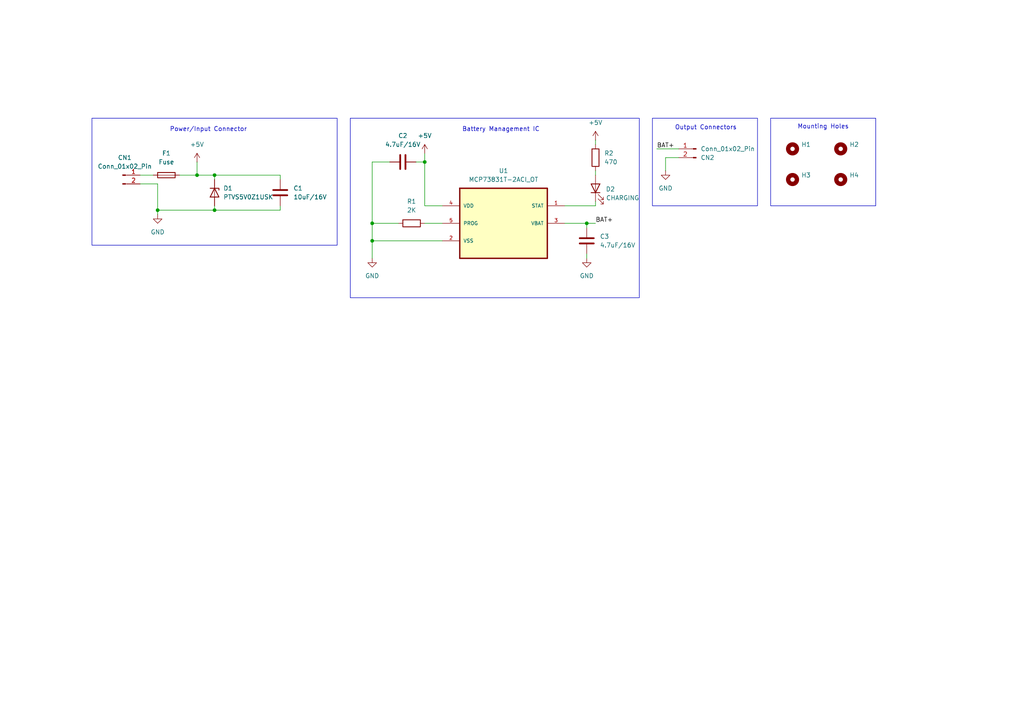
<source format=kicad_sch>
(kicad_sch
	(version 20250114)
	(generator "eeschema")
	(generator_version "9.0")
	(uuid "df935ff7-5fe6-431e-9502-3b7e65f1d361")
	(paper "A4")
	(lib_symbols
		(symbol "Connector:Conn_01x02_Pin"
			(pin_names
				(offset 1.016)
				(hide yes)
			)
			(exclude_from_sim no)
			(in_bom yes)
			(on_board yes)
			(property "Reference" "J"
				(at 0 2.54 0)
				(effects
					(font
						(size 1.27 1.27)
					)
				)
			)
			(property "Value" "Conn_01x02_Pin"
				(at 0 -5.08 0)
				(effects
					(font
						(size 1.27 1.27)
					)
				)
			)
			(property "Footprint" ""
				(at 0 0 0)
				(effects
					(font
						(size 1.27 1.27)
					)
					(hide yes)
				)
			)
			(property "Datasheet" "~"
				(at 0 0 0)
				(effects
					(font
						(size 1.27 1.27)
					)
					(hide yes)
				)
			)
			(property "Description" "Generic connector, single row, 01x02, script generated"
				(at 0 0 0)
				(effects
					(font
						(size 1.27 1.27)
					)
					(hide yes)
				)
			)
			(property "ki_locked" ""
				(at 0 0 0)
				(effects
					(font
						(size 1.27 1.27)
					)
				)
			)
			(property "ki_keywords" "connector"
				(at 0 0 0)
				(effects
					(font
						(size 1.27 1.27)
					)
					(hide yes)
				)
			)
			(property "ki_fp_filters" "Connector*:*_1x??_*"
				(at 0 0 0)
				(effects
					(font
						(size 1.27 1.27)
					)
					(hide yes)
				)
			)
			(symbol "Conn_01x02_Pin_1_1"
				(rectangle
					(start 0.8636 0.127)
					(end 0 -0.127)
					(stroke
						(width 0.1524)
						(type default)
					)
					(fill
						(type outline)
					)
				)
				(rectangle
					(start 0.8636 -2.413)
					(end 0 -2.667)
					(stroke
						(width 0.1524)
						(type default)
					)
					(fill
						(type outline)
					)
				)
				(polyline
					(pts
						(xy 1.27 0) (xy 0.8636 0)
					)
					(stroke
						(width 0.1524)
						(type default)
					)
					(fill
						(type none)
					)
				)
				(polyline
					(pts
						(xy 1.27 -2.54) (xy 0.8636 -2.54)
					)
					(stroke
						(width 0.1524)
						(type default)
					)
					(fill
						(type none)
					)
				)
				(pin passive line
					(at 5.08 0 180)
					(length 3.81)
					(name "Pin_1"
						(effects
							(font
								(size 1.27 1.27)
							)
						)
					)
					(number "1"
						(effects
							(font
								(size 1.27 1.27)
							)
						)
					)
				)
				(pin passive line
					(at 5.08 -2.54 180)
					(length 3.81)
					(name "Pin_2"
						(effects
							(font
								(size 1.27 1.27)
							)
						)
					)
					(number "2"
						(effects
							(font
								(size 1.27 1.27)
							)
						)
					)
				)
			)
			(embedded_fonts no)
		)
		(symbol "Device:C"
			(pin_numbers
				(hide yes)
			)
			(pin_names
				(offset 0.254)
			)
			(exclude_from_sim no)
			(in_bom yes)
			(on_board yes)
			(property "Reference" "C"
				(at 0.635 2.54 0)
				(effects
					(font
						(size 1.27 1.27)
					)
					(justify left)
				)
			)
			(property "Value" "C"
				(at 0.635 -2.54 0)
				(effects
					(font
						(size 1.27 1.27)
					)
					(justify left)
				)
			)
			(property "Footprint" ""
				(at 0.9652 -3.81 0)
				(effects
					(font
						(size 1.27 1.27)
					)
					(hide yes)
				)
			)
			(property "Datasheet" "~"
				(at 0 0 0)
				(effects
					(font
						(size 1.27 1.27)
					)
					(hide yes)
				)
			)
			(property "Description" "Unpolarized capacitor"
				(at 0 0 0)
				(effects
					(font
						(size 1.27 1.27)
					)
					(hide yes)
				)
			)
			(property "ki_keywords" "cap capacitor"
				(at 0 0 0)
				(effects
					(font
						(size 1.27 1.27)
					)
					(hide yes)
				)
			)
			(property "ki_fp_filters" "C_*"
				(at 0 0 0)
				(effects
					(font
						(size 1.27 1.27)
					)
					(hide yes)
				)
			)
			(symbol "C_0_1"
				(polyline
					(pts
						(xy -2.032 0.762) (xy 2.032 0.762)
					)
					(stroke
						(width 0.508)
						(type default)
					)
					(fill
						(type none)
					)
				)
				(polyline
					(pts
						(xy -2.032 -0.762) (xy 2.032 -0.762)
					)
					(stroke
						(width 0.508)
						(type default)
					)
					(fill
						(type none)
					)
				)
			)
			(symbol "C_1_1"
				(pin passive line
					(at 0 3.81 270)
					(length 2.794)
					(name "~"
						(effects
							(font
								(size 1.27 1.27)
							)
						)
					)
					(number "1"
						(effects
							(font
								(size 1.27 1.27)
							)
						)
					)
				)
				(pin passive line
					(at 0 -3.81 90)
					(length 2.794)
					(name "~"
						(effects
							(font
								(size 1.27 1.27)
							)
						)
					)
					(number "2"
						(effects
							(font
								(size 1.27 1.27)
							)
						)
					)
				)
			)
			(embedded_fonts no)
		)
		(symbol "Device:Fuse"
			(pin_numbers
				(hide yes)
			)
			(pin_names
				(offset 0)
			)
			(exclude_from_sim no)
			(in_bom yes)
			(on_board yes)
			(property "Reference" "F"
				(at 2.032 0 90)
				(effects
					(font
						(size 1.27 1.27)
					)
				)
			)
			(property "Value" "Fuse"
				(at -1.905 0 90)
				(effects
					(font
						(size 1.27 1.27)
					)
				)
			)
			(property "Footprint" ""
				(at -1.778 0 90)
				(effects
					(font
						(size 1.27 1.27)
					)
					(hide yes)
				)
			)
			(property "Datasheet" "~"
				(at 0 0 0)
				(effects
					(font
						(size 1.27 1.27)
					)
					(hide yes)
				)
			)
			(property "Description" "Fuse"
				(at 0 0 0)
				(effects
					(font
						(size 1.27 1.27)
					)
					(hide yes)
				)
			)
			(property "ki_keywords" "fuse"
				(at 0 0 0)
				(effects
					(font
						(size 1.27 1.27)
					)
					(hide yes)
				)
			)
			(property "ki_fp_filters" "*Fuse*"
				(at 0 0 0)
				(effects
					(font
						(size 1.27 1.27)
					)
					(hide yes)
				)
			)
			(symbol "Fuse_0_1"
				(rectangle
					(start -0.762 -2.54)
					(end 0.762 2.54)
					(stroke
						(width 0.254)
						(type default)
					)
					(fill
						(type none)
					)
				)
				(polyline
					(pts
						(xy 0 2.54) (xy 0 -2.54)
					)
					(stroke
						(width 0)
						(type default)
					)
					(fill
						(type none)
					)
				)
			)
			(symbol "Fuse_1_1"
				(pin passive line
					(at 0 3.81 270)
					(length 1.27)
					(name "~"
						(effects
							(font
								(size 1.27 1.27)
							)
						)
					)
					(number "1"
						(effects
							(font
								(size 1.27 1.27)
							)
						)
					)
				)
				(pin passive line
					(at 0 -3.81 90)
					(length 1.27)
					(name "~"
						(effects
							(font
								(size 1.27 1.27)
							)
						)
					)
					(number "2"
						(effects
							(font
								(size 1.27 1.27)
							)
						)
					)
				)
			)
			(embedded_fonts no)
		)
		(symbol "Device:LED"
			(pin_numbers
				(hide yes)
			)
			(pin_names
				(offset 1.016)
				(hide yes)
			)
			(exclude_from_sim no)
			(in_bom yes)
			(on_board yes)
			(property "Reference" "D"
				(at 0 2.54 0)
				(effects
					(font
						(size 1.27 1.27)
					)
				)
			)
			(property "Value" "LED"
				(at 0 -2.54 0)
				(effects
					(font
						(size 1.27 1.27)
					)
				)
			)
			(property "Footprint" ""
				(at 0 0 0)
				(effects
					(font
						(size 1.27 1.27)
					)
					(hide yes)
				)
			)
			(property "Datasheet" "~"
				(at 0 0 0)
				(effects
					(font
						(size 1.27 1.27)
					)
					(hide yes)
				)
			)
			(property "Description" "Light emitting diode"
				(at 0 0 0)
				(effects
					(font
						(size 1.27 1.27)
					)
					(hide yes)
				)
			)
			(property "Sim.Pins" "1=K 2=A"
				(at 0 0 0)
				(effects
					(font
						(size 1.27 1.27)
					)
					(hide yes)
				)
			)
			(property "ki_keywords" "LED diode"
				(at 0 0 0)
				(effects
					(font
						(size 1.27 1.27)
					)
					(hide yes)
				)
			)
			(property "ki_fp_filters" "LED* LED_SMD:* LED_THT:*"
				(at 0 0 0)
				(effects
					(font
						(size 1.27 1.27)
					)
					(hide yes)
				)
			)
			(symbol "LED_0_1"
				(polyline
					(pts
						(xy -3.048 -0.762) (xy -4.572 -2.286) (xy -3.81 -2.286) (xy -4.572 -2.286) (xy -4.572 -1.524)
					)
					(stroke
						(width 0)
						(type default)
					)
					(fill
						(type none)
					)
				)
				(polyline
					(pts
						(xy -1.778 -0.762) (xy -3.302 -2.286) (xy -2.54 -2.286) (xy -3.302 -2.286) (xy -3.302 -1.524)
					)
					(stroke
						(width 0)
						(type default)
					)
					(fill
						(type none)
					)
				)
				(polyline
					(pts
						(xy -1.27 0) (xy 1.27 0)
					)
					(stroke
						(width 0)
						(type default)
					)
					(fill
						(type none)
					)
				)
				(polyline
					(pts
						(xy -1.27 -1.27) (xy -1.27 1.27)
					)
					(stroke
						(width 0.254)
						(type default)
					)
					(fill
						(type none)
					)
				)
				(polyline
					(pts
						(xy 1.27 -1.27) (xy 1.27 1.27) (xy -1.27 0) (xy 1.27 -1.27)
					)
					(stroke
						(width 0.254)
						(type default)
					)
					(fill
						(type none)
					)
				)
			)
			(symbol "LED_1_1"
				(pin passive line
					(at -3.81 0 0)
					(length 2.54)
					(name "K"
						(effects
							(font
								(size 1.27 1.27)
							)
						)
					)
					(number "1"
						(effects
							(font
								(size 1.27 1.27)
							)
						)
					)
				)
				(pin passive line
					(at 3.81 0 180)
					(length 2.54)
					(name "A"
						(effects
							(font
								(size 1.27 1.27)
							)
						)
					)
					(number "2"
						(effects
							(font
								(size 1.27 1.27)
							)
						)
					)
				)
			)
			(embedded_fonts no)
		)
		(symbol "Device:R"
			(pin_numbers
				(hide yes)
			)
			(pin_names
				(offset 0)
			)
			(exclude_from_sim no)
			(in_bom yes)
			(on_board yes)
			(property "Reference" "R"
				(at 2.032 0 90)
				(effects
					(font
						(size 1.27 1.27)
					)
				)
			)
			(property "Value" "R"
				(at 0 0 90)
				(effects
					(font
						(size 1.27 1.27)
					)
				)
			)
			(property "Footprint" ""
				(at -1.778 0 90)
				(effects
					(font
						(size 1.27 1.27)
					)
					(hide yes)
				)
			)
			(property "Datasheet" "~"
				(at 0 0 0)
				(effects
					(font
						(size 1.27 1.27)
					)
					(hide yes)
				)
			)
			(property "Description" "Resistor"
				(at 0 0 0)
				(effects
					(font
						(size 1.27 1.27)
					)
					(hide yes)
				)
			)
			(property "ki_keywords" "R res resistor"
				(at 0 0 0)
				(effects
					(font
						(size 1.27 1.27)
					)
					(hide yes)
				)
			)
			(property "ki_fp_filters" "R_*"
				(at 0 0 0)
				(effects
					(font
						(size 1.27 1.27)
					)
					(hide yes)
				)
			)
			(symbol "R_0_1"
				(rectangle
					(start -1.016 -2.54)
					(end 1.016 2.54)
					(stroke
						(width 0.254)
						(type default)
					)
					(fill
						(type none)
					)
				)
			)
			(symbol "R_1_1"
				(pin passive line
					(at 0 3.81 270)
					(length 1.27)
					(name "~"
						(effects
							(font
								(size 1.27 1.27)
							)
						)
					)
					(number "1"
						(effects
							(font
								(size 1.27 1.27)
							)
						)
					)
				)
				(pin passive line
					(at 0 -3.81 90)
					(length 1.27)
					(name "~"
						(effects
							(font
								(size 1.27 1.27)
							)
						)
					)
					(number "2"
						(effects
							(font
								(size 1.27 1.27)
							)
						)
					)
				)
			)
			(embedded_fonts no)
		)
		(symbol "Diode:PTVS5V0Z1USK"
			(pin_numbers
				(hide yes)
			)
			(pin_names
				(hide yes)
			)
			(exclude_from_sim no)
			(in_bom yes)
			(on_board yes)
			(property "Reference" "D"
				(at 0 2.54 0)
				(effects
					(font
						(size 1.27 1.27)
					)
				)
			)
			(property "Value" "PTVS5V0Z1USK"
				(at 0 -2.54 0)
				(effects
					(font
						(size 1.27 1.27)
					)
				)
			)
			(property "Footprint" "Diode_SMD:Nexperia_DSN1608-2_1.6x0.8mm"
				(at 0 -4.445 0)
				(effects
					(font
						(size 1.27 1.27)
					)
					(hide yes)
				)
			)
			(property "Datasheet" "https://assets.nexperia.com/documents/data-sheet/PTVS5V0Z1USK.pdf"
				(at 0 0 0)
				(effects
					(font
						(size 1.27 1.27)
					)
					(hide yes)
				)
			)
			(property "Description" "5V, 1200W TVS unidirectional diode, DSN1608-2"
				(at 0 0 0)
				(effects
					(font
						(size 1.27 1.27)
					)
					(hide yes)
				)
			)
			(property "ki_keywords" "TVS diode"
				(at 0 0 0)
				(effects
					(font
						(size 1.27 1.27)
					)
					(hide yes)
				)
			)
			(property "ki_fp_filters" "*DSN1608?2*"
				(at 0 0 0)
				(effects
					(font
						(size 1.27 1.27)
					)
					(hide yes)
				)
			)
			(symbol "PTVS5V0Z1USK_0_1"
				(polyline
					(pts
						(xy -1.27 -1.27) (xy -1.27 1.27) (xy -0.762 1.27)
					)
					(stroke
						(width 0.254)
						(type default)
					)
					(fill
						(type none)
					)
				)
				(polyline
					(pts
						(xy 1.27 0) (xy -1.27 0)
					)
					(stroke
						(width 0)
						(type default)
					)
					(fill
						(type none)
					)
				)
				(polyline
					(pts
						(xy 1.27 -1.27) (xy 1.27 1.27) (xy -1.27 0) (xy 1.27 -1.27)
					)
					(stroke
						(width 0.254)
						(type default)
					)
					(fill
						(type none)
					)
				)
			)
			(symbol "PTVS5V0Z1USK_1_1"
				(pin passive line
					(at -3.81 0 0)
					(length 2.54)
					(name "K"
						(effects
							(font
								(size 1.27 1.27)
							)
						)
					)
					(number "1"
						(effects
							(font
								(size 1.27 1.27)
							)
						)
					)
				)
				(pin passive line
					(at 3.81 0 180)
					(length 2.54)
					(name "A"
						(effects
							(font
								(size 1.27 1.27)
							)
						)
					)
					(number "2"
						(effects
							(font
								(size 1.27 1.27)
							)
						)
					)
				)
			)
			(embedded_fonts no)
		)
		(symbol "MCP73831T-2ACI_OT:MCP73831T-2ACI_OT"
			(pin_names
				(offset 1.016)
			)
			(exclude_from_sim no)
			(in_bom yes)
			(on_board yes)
			(property "Reference" "U"
				(at -4.1227 10.0778 0)
				(effects
					(font
						(size 1.27 1.27)
					)
					(justify left bottom)
				)
			)
			(property "Value" "MCP73831T-2ACI_OT"
				(at -5.9526 -17.1963 0)
				(effects
					(font
						(size 1.27 1.27)
					)
					(justify left bottom)
				)
			)
			(property "Footprint" "MCP73831T-2ACI_OT:SOT95P280X145-5N"
				(at 0 0 0)
				(effects
					(font
						(size 1.27 1.27)
					)
					(justify bottom)
					(hide yes)
				)
			)
			(property "Datasheet" ""
				(at 0 0 0)
				(effects
					(font
						(size 1.27 1.27)
					)
					(hide yes)
				)
			)
			(property "Description" ""
				(at 0 0 0)
				(effects
					(font
						(size 1.27 1.27)
					)
					(hide yes)
				)
			)
			(property "MF" "Microchip"
				(at 0 0 0)
				(effects
					(font
						(size 1.27 1.27)
					)
					(justify bottom)
					(hide yes)
				)
			)
			(property "Description_1" "TINY INTEGRATED LI-ION/LI-POLY CHARGE MGNT CONTROLLER, 4.2V VREG | Microchip Technology Inc. MCP73831T-2ACI/OT"
				(at 0 0 0)
				(effects
					(font
						(size 1.27 1.27)
					)
					(justify bottom)
					(hide yes)
				)
			)
			(property "PACKAGE" "SOT-5"
				(at 0 0 0)
				(effects
					(font
						(size 1.27 1.27)
					)
					(justify bottom)
					(hide yes)
				)
			)
			(property "MPN" "MCP73831T-2ACI/OT"
				(at 0 0 0)
				(effects
					(font
						(size 1.27 1.27)
					)
					(justify bottom)
					(hide yes)
				)
			)
			(property "Price" "None"
				(at 0 0 0)
				(effects
					(font
						(size 1.27 1.27)
					)
					(justify bottom)
					(hide yes)
				)
			)
			(property "Package" "SOT-23 Microchip"
				(at 0 0 0)
				(effects
					(font
						(size 1.27 1.27)
					)
					(justify bottom)
					(hide yes)
				)
			)
			(property "OC_FARNELL" "1332158"
				(at 0 0 0)
				(effects
					(font
						(size 1.27 1.27)
					)
					(justify bottom)
					(hide yes)
				)
			)
			(property "SnapEDA_Link" "https://www.snapeda.com/parts/MCP73831T-2ACI/OT/Microchip/view-part/?ref=snap"
				(at 0 0 0)
				(effects
					(font
						(size 1.27 1.27)
					)
					(justify bottom)
					(hide yes)
				)
			)
			(property "MP" "MCP73831T-2ACI/OT"
				(at 0 0 0)
				(effects
					(font
						(size 1.27 1.27)
					)
					(justify bottom)
					(hide yes)
				)
			)
			(property "SUPPLIER" "Microchip"
				(at 0 0 0)
				(effects
					(font
						(size 1.27 1.27)
					)
					(justify bottom)
					(hide yes)
				)
			)
			(property "OC_NEWARK" "56K7045"
				(at 0 0 0)
				(effects
					(font
						(size 1.27 1.27)
					)
					(justify bottom)
					(hide yes)
				)
			)
			(property "Availability" "In Stock"
				(at 0 0 0)
				(effects
					(font
						(size 1.27 1.27)
					)
					(justify bottom)
					(hide yes)
				)
			)
			(property "Check_prices" "https://www.snapeda.com/parts/MCP73831T-2ACI/OT/Microchip/view-part/?ref=eda"
				(at 0 0 0)
				(effects
					(font
						(size 1.27 1.27)
					)
					(justify bottom)
					(hide yes)
				)
			)
			(symbol "MCP73831T-2ACI_OT_0_0"
				(rectangle
					(start -12.7 -12.7)
					(end 12.7 7.62)
					(stroke
						(width 0.4064)
						(type default)
					)
					(fill
						(type background)
					)
				)
				(pin power_in line
					(at -17.78 2.54 0)
					(length 5.08)
					(name "VDD"
						(effects
							(font
								(size 1.016 1.016)
							)
						)
					)
					(number "4"
						(effects
							(font
								(size 1.016 1.016)
							)
						)
					)
				)
				(pin input line
					(at -17.78 -2.54 0)
					(length 5.08)
					(name "PROG"
						(effects
							(font
								(size 1.016 1.016)
							)
						)
					)
					(number "5"
						(effects
							(font
								(size 1.016 1.016)
							)
						)
					)
				)
				(pin power_in line
					(at -17.78 -7.62 0)
					(length 5.08)
					(name "VSS"
						(effects
							(font
								(size 1.016 1.016)
							)
						)
					)
					(number "2"
						(effects
							(font
								(size 1.016 1.016)
							)
						)
					)
				)
				(pin output line
					(at 17.78 2.54 180)
					(length 5.08)
					(name "STAT"
						(effects
							(font
								(size 1.016 1.016)
							)
						)
					)
					(number "1"
						(effects
							(font
								(size 1.016 1.016)
							)
						)
					)
				)
				(pin output line
					(at 17.78 -2.54 180)
					(length 5.08)
					(name "VBAT"
						(effects
							(font
								(size 1.016 1.016)
							)
						)
					)
					(number "3"
						(effects
							(font
								(size 1.016 1.016)
							)
						)
					)
				)
			)
			(embedded_fonts no)
		)
		(symbol "Mechanical:MountingHole"
			(pin_names
				(offset 1.016)
			)
			(exclude_from_sim no)
			(in_bom no)
			(on_board yes)
			(property "Reference" "H"
				(at 0 5.08 0)
				(effects
					(font
						(size 1.27 1.27)
					)
				)
			)
			(property "Value" "MountingHole"
				(at 0 3.175 0)
				(effects
					(font
						(size 1.27 1.27)
					)
				)
			)
			(property "Footprint" ""
				(at 0 0 0)
				(effects
					(font
						(size 1.27 1.27)
					)
					(hide yes)
				)
			)
			(property "Datasheet" "~"
				(at 0 0 0)
				(effects
					(font
						(size 1.27 1.27)
					)
					(hide yes)
				)
			)
			(property "Description" "Mounting Hole without connection"
				(at 0 0 0)
				(effects
					(font
						(size 1.27 1.27)
					)
					(hide yes)
				)
			)
			(property "ki_keywords" "mounting hole"
				(at 0 0 0)
				(effects
					(font
						(size 1.27 1.27)
					)
					(hide yes)
				)
			)
			(property "ki_fp_filters" "MountingHole*"
				(at 0 0 0)
				(effects
					(font
						(size 1.27 1.27)
					)
					(hide yes)
				)
			)
			(symbol "MountingHole_0_1"
				(circle
					(center 0 0)
					(radius 1.27)
					(stroke
						(width 1.27)
						(type default)
					)
					(fill
						(type none)
					)
				)
			)
			(embedded_fonts no)
		)
		(symbol "power:+5V"
			(power)
			(pin_numbers
				(hide yes)
			)
			(pin_names
				(offset 0)
				(hide yes)
			)
			(exclude_from_sim no)
			(in_bom yes)
			(on_board yes)
			(property "Reference" "#PWR"
				(at 0 -3.81 0)
				(effects
					(font
						(size 1.27 1.27)
					)
					(hide yes)
				)
			)
			(property "Value" "+5V"
				(at 0 3.556 0)
				(effects
					(font
						(size 1.27 1.27)
					)
				)
			)
			(property "Footprint" ""
				(at 0 0 0)
				(effects
					(font
						(size 1.27 1.27)
					)
					(hide yes)
				)
			)
			(property "Datasheet" ""
				(at 0 0 0)
				(effects
					(font
						(size 1.27 1.27)
					)
					(hide yes)
				)
			)
			(property "Description" "Power symbol creates a global label with name \"+5V\""
				(at 0 0 0)
				(effects
					(font
						(size 1.27 1.27)
					)
					(hide yes)
				)
			)
			(property "ki_keywords" "global power"
				(at 0 0 0)
				(effects
					(font
						(size 1.27 1.27)
					)
					(hide yes)
				)
			)
			(symbol "+5V_0_1"
				(polyline
					(pts
						(xy -0.762 1.27) (xy 0 2.54)
					)
					(stroke
						(width 0)
						(type default)
					)
					(fill
						(type none)
					)
				)
				(polyline
					(pts
						(xy 0 2.54) (xy 0.762 1.27)
					)
					(stroke
						(width 0)
						(type default)
					)
					(fill
						(type none)
					)
				)
				(polyline
					(pts
						(xy 0 0) (xy 0 2.54)
					)
					(stroke
						(width 0)
						(type default)
					)
					(fill
						(type none)
					)
				)
			)
			(symbol "+5V_1_1"
				(pin power_in line
					(at 0 0 90)
					(length 0)
					(name "~"
						(effects
							(font
								(size 1.27 1.27)
							)
						)
					)
					(number "1"
						(effects
							(font
								(size 1.27 1.27)
							)
						)
					)
				)
			)
			(embedded_fonts no)
		)
		(symbol "power:GND"
			(power)
			(pin_numbers
				(hide yes)
			)
			(pin_names
				(offset 0)
				(hide yes)
			)
			(exclude_from_sim no)
			(in_bom yes)
			(on_board yes)
			(property "Reference" "#PWR"
				(at 0 -6.35 0)
				(effects
					(font
						(size 1.27 1.27)
					)
					(hide yes)
				)
			)
			(property "Value" "GND"
				(at 0 -3.81 0)
				(effects
					(font
						(size 1.27 1.27)
					)
				)
			)
			(property "Footprint" ""
				(at 0 0 0)
				(effects
					(font
						(size 1.27 1.27)
					)
					(hide yes)
				)
			)
			(property "Datasheet" ""
				(at 0 0 0)
				(effects
					(font
						(size 1.27 1.27)
					)
					(hide yes)
				)
			)
			(property "Description" "Power symbol creates a global label with name \"GND\" , ground"
				(at 0 0 0)
				(effects
					(font
						(size 1.27 1.27)
					)
					(hide yes)
				)
			)
			(property "ki_keywords" "global power"
				(at 0 0 0)
				(effects
					(font
						(size 1.27 1.27)
					)
					(hide yes)
				)
			)
			(symbol "GND_0_1"
				(polyline
					(pts
						(xy 0 0) (xy 0 -1.27) (xy 1.27 -1.27) (xy 0 -2.54) (xy -1.27 -1.27) (xy 0 -1.27)
					)
					(stroke
						(width 0)
						(type default)
					)
					(fill
						(type none)
					)
				)
			)
			(symbol "GND_1_1"
				(pin power_in line
					(at 0 0 270)
					(length 0)
					(name "~"
						(effects
							(font
								(size 1.27 1.27)
							)
						)
					)
					(number "1"
						(effects
							(font
								(size 1.27 1.27)
							)
						)
					)
				)
			)
			(embedded_fonts no)
		)
	)
	(rectangle
		(start 223.52 34.29)
		(end 254 59.69)
		(stroke
			(width 0)
			(type default)
		)
		(fill
			(type none)
		)
		(uuid 0ca9fdf6-3aa1-4533-85ea-baba0f5f18bc)
	)
	(rectangle
		(start 26.67 34.29)
		(end 97.79 71.12)
		(stroke
			(width 0)
			(type default)
		)
		(fill
			(type none)
		)
		(uuid 4f8be4fe-909f-4923-bb38-619304247779)
	)
	(rectangle
		(start 189.23 34.29)
		(end 219.71 59.69)
		(stroke
			(width 0)
			(type default)
		)
		(fill
			(type none)
		)
		(uuid 69458edc-afb2-4623-94e8-5f8bbc0a1a3c)
	)
	(rectangle
		(start 101.6 34.29)
		(end 185.42 86.36)
		(stroke
			(width 0)
			(type default)
		)
		(fill
			(type none)
		)
		(uuid 90c04fd1-1355-4e0d-999a-2fbca94a64bb)
	)
	(text "Mounting Holes"
		(exclude_from_sim no)
		(at 238.76 36.83 0)
		(effects
			(font
				(size 1.27 1.27)
			)
		)
		(uuid "06136e04-0e62-40df-96ea-df00b800fc0c")
	)
	(text "Power/Input Connector"
		(exclude_from_sim no)
		(at 60.452 37.592 0)
		(effects
			(font
				(size 1.27 1.27)
			)
		)
		(uuid "36665fbe-749e-41ab-8e5a-1485d92ae723")
	)
	(text "Battery Management IC"
		(exclude_from_sim no)
		(at 145.288 37.592 0)
		(effects
			(font
				(size 1.27 1.27)
			)
		)
		(uuid "85662287-a51f-461d-9c63-e7b4f9cd382f")
	)
	(text "Output Connectors"
		(exclude_from_sim no)
		(at 204.724 37.084 0)
		(effects
			(font
				(size 1.27 1.27)
			)
		)
		(uuid "8fd310f6-bab3-4608-b01d-ed18e6afdb82")
	)
	(junction
		(at 62.23 60.96)
		(diameter 0)
		(color 0 0 0 0)
		(uuid "072e5d1f-5783-43ec-ba7f-5ad73dc46ae7")
	)
	(junction
		(at 57.15 50.8)
		(diameter 0)
		(color 0 0 0 0)
		(uuid "12464f4c-7770-4fae-b16a-aa06865f7d6a")
	)
	(junction
		(at 107.95 64.77)
		(diameter 0)
		(color 0 0 0 0)
		(uuid "299631c3-037e-4750-918f-6c0b74bc7934")
	)
	(junction
		(at 170.18 64.77)
		(diameter 0)
		(color 0 0 0 0)
		(uuid "36b99526-fc4f-4138-89f3-1658bd248018")
	)
	(junction
		(at 123.19 46.99)
		(diameter 0)
		(color 0 0 0 0)
		(uuid "4febb76c-382b-4559-a6f3-fec586361eb6")
	)
	(junction
		(at 45.72 60.96)
		(diameter 0)
		(color 0 0 0 0)
		(uuid "a606627f-3505-459a-a2e0-a6d87fde8450")
	)
	(junction
		(at 62.23 50.8)
		(diameter 0)
		(color 0 0 0 0)
		(uuid "a61c0995-7f11-4a5c-ae4c-73a6d4be8cf6")
	)
	(junction
		(at 107.95 69.85)
		(diameter 0)
		(color 0 0 0 0)
		(uuid "b7d3319c-67be-4d63-968b-5758742a9514")
	)
	(wire
		(pts
			(xy 45.72 60.96) (xy 45.72 62.23)
		)
		(stroke
			(width 0)
			(type default)
		)
		(uuid "0779ac51-a3d0-4011-81fa-f16e1099a4f5")
	)
	(wire
		(pts
			(xy 62.23 50.8) (xy 57.15 50.8)
		)
		(stroke
			(width 0)
			(type default)
		)
		(uuid "0e9131f8-c6ba-4520-9ec1-ef4fa667bb6c")
	)
	(wire
		(pts
			(xy 62.23 60.96) (xy 81.28 60.96)
		)
		(stroke
			(width 0)
			(type default)
		)
		(uuid "0eb545ba-c6d7-4283-ad93-62a9b0c50ab2")
	)
	(wire
		(pts
			(xy 163.83 64.77) (xy 170.18 64.77)
		)
		(stroke
			(width 0)
			(type default)
		)
		(uuid "16b43c71-63c2-4903-bba5-fbae4fb70cab")
	)
	(wire
		(pts
			(xy 123.19 44.45) (xy 123.19 46.99)
		)
		(stroke
			(width 0)
			(type default)
		)
		(uuid "23c5091b-ebb7-48fb-861a-4ca7d778b181")
	)
	(wire
		(pts
			(xy 163.83 59.69) (xy 172.72 59.69)
		)
		(stroke
			(width 0)
			(type default)
		)
		(uuid "27e2c4bc-592e-4a38-b768-1cb3ecc36471")
	)
	(wire
		(pts
			(xy 170.18 73.66) (xy 170.18 74.93)
		)
		(stroke
			(width 0)
			(type default)
		)
		(uuid "2e8bfc6a-7761-44e8-ac27-50b34e759a22")
	)
	(wire
		(pts
			(xy 81.28 50.8) (xy 81.28 52.07)
		)
		(stroke
			(width 0)
			(type default)
		)
		(uuid "42c28bc1-189a-4ef5-8e2c-cecbc9f76803")
	)
	(wire
		(pts
			(xy 172.72 58.42) (xy 172.72 59.69)
		)
		(stroke
			(width 0)
			(type default)
		)
		(uuid "48921eee-c717-4188-8b47-f5968b5913f9")
	)
	(wire
		(pts
			(xy 52.07 50.8) (xy 57.15 50.8)
		)
		(stroke
			(width 0)
			(type default)
		)
		(uuid "49037414-03a4-436d-b73c-00e6e5cb1887")
	)
	(wire
		(pts
			(xy 107.95 69.85) (xy 128.27 69.85)
		)
		(stroke
			(width 0)
			(type default)
		)
		(uuid "4a12fb2d-d9c3-4a29-8e17-03210bd1753b")
	)
	(wire
		(pts
			(xy 172.72 40.64) (xy 172.72 41.91)
		)
		(stroke
			(width 0)
			(type default)
		)
		(uuid "4c4fcf60-0498-4b6c-aef1-f6532dc727a3")
	)
	(wire
		(pts
			(xy 123.19 46.99) (xy 123.19 59.69)
		)
		(stroke
			(width 0)
			(type default)
		)
		(uuid "4c99fe88-1e25-4290-86c1-8f5a3d788a3d")
	)
	(wire
		(pts
			(xy 170.18 64.77) (xy 170.18 66.04)
		)
		(stroke
			(width 0)
			(type default)
		)
		(uuid "53aa06ed-0c60-4854-b7fe-04588daa4184")
	)
	(wire
		(pts
			(xy 123.19 64.77) (xy 128.27 64.77)
		)
		(stroke
			(width 0)
			(type default)
		)
		(uuid "5602c408-1039-46f2-8c50-2629eef962d4")
	)
	(wire
		(pts
			(xy 45.72 60.96) (xy 62.23 60.96)
		)
		(stroke
			(width 0)
			(type default)
		)
		(uuid "6400eaa3-eb93-48f6-8f9b-72a7ac6b36fa")
	)
	(wire
		(pts
			(xy 81.28 50.8) (xy 62.23 50.8)
		)
		(stroke
			(width 0)
			(type default)
		)
		(uuid "66398c56-5c0e-43d2-a419-cc9a6b679036")
	)
	(wire
		(pts
			(xy 123.19 59.69) (xy 128.27 59.69)
		)
		(stroke
			(width 0)
			(type default)
		)
		(uuid "6a4b5905-bfd4-4395-9956-48153cfed579")
	)
	(wire
		(pts
			(xy 62.23 50.8) (xy 62.23 52.07)
		)
		(stroke
			(width 0)
			(type default)
		)
		(uuid "6d234b4e-c50c-4c9c-afdd-2560d55a6d54")
	)
	(wire
		(pts
			(xy 45.72 53.34) (xy 45.72 60.96)
		)
		(stroke
			(width 0)
			(type default)
		)
		(uuid "7bb3cfd9-a5f3-4922-af68-6bfb71fd6c66")
	)
	(wire
		(pts
			(xy 170.18 64.77) (xy 172.72 64.77)
		)
		(stroke
			(width 0)
			(type default)
		)
		(uuid "7bc25af7-0a31-42e7-983e-e80b40c88adf")
	)
	(wire
		(pts
			(xy 62.23 59.69) (xy 62.23 60.96)
		)
		(stroke
			(width 0)
			(type default)
		)
		(uuid "837a3453-15c9-4c8d-a20d-38fe3bcea3de")
	)
	(wire
		(pts
			(xy 172.72 49.53) (xy 172.72 50.8)
		)
		(stroke
			(width 0)
			(type default)
		)
		(uuid "88c69e85-88f6-4f0b-bb66-b14a4a2030d1")
	)
	(wire
		(pts
			(xy 193.04 45.72) (xy 193.04 49.53)
		)
		(stroke
			(width 0)
			(type default)
		)
		(uuid "93765eb3-a926-4634-9676-dbd277794992")
	)
	(wire
		(pts
			(xy 196.85 45.72) (xy 193.04 45.72)
		)
		(stroke
			(width 0)
			(type default)
		)
		(uuid "971896b6-b963-400e-80af-fb9fb3a410b0")
	)
	(wire
		(pts
			(xy 107.95 46.99) (xy 113.03 46.99)
		)
		(stroke
			(width 0)
			(type default)
		)
		(uuid "99dd11c2-553d-45b0-b7a8-e8a03a2c01b4")
	)
	(wire
		(pts
			(xy 120.65 46.99) (xy 123.19 46.99)
		)
		(stroke
			(width 0)
			(type default)
		)
		(uuid "a647dbe5-c94b-4235-909a-895f2953aa0e")
	)
	(wire
		(pts
			(xy 107.95 64.77) (xy 115.57 64.77)
		)
		(stroke
			(width 0)
			(type default)
		)
		(uuid "b3f5cacc-b672-4442-964f-7898739142ee")
	)
	(wire
		(pts
			(xy 190.5 43.18) (xy 196.85 43.18)
		)
		(stroke
			(width 0)
			(type default)
		)
		(uuid "b4409c0a-17a0-4d1a-b4b4-8a559da9db08")
	)
	(wire
		(pts
			(xy 57.15 50.8) (xy 57.15 46.99)
		)
		(stroke
			(width 0)
			(type default)
		)
		(uuid "ba75cecc-7a42-449e-a9e6-c190bd4bc3bb")
	)
	(wire
		(pts
			(xy 40.64 50.8) (xy 44.45 50.8)
		)
		(stroke
			(width 0)
			(type default)
		)
		(uuid "bb2ed0ff-e74b-41bd-b9eb-4bba8a823739")
	)
	(wire
		(pts
			(xy 107.95 74.93) (xy 107.95 69.85)
		)
		(stroke
			(width 0)
			(type default)
		)
		(uuid "bda153ae-ea8d-4deb-b5b5-b6cb220e40a5")
	)
	(wire
		(pts
			(xy 40.64 53.34) (xy 45.72 53.34)
		)
		(stroke
			(width 0)
			(type default)
		)
		(uuid "c3f88c37-b234-451b-be19-6f924d34d16e")
	)
	(wire
		(pts
			(xy 107.95 46.99) (xy 107.95 64.77)
		)
		(stroke
			(width 0)
			(type default)
		)
		(uuid "caf6bcc6-582e-4656-abb9-faad972e7e94")
	)
	(wire
		(pts
			(xy 107.95 64.77) (xy 107.95 69.85)
		)
		(stroke
			(width 0)
			(type default)
		)
		(uuid "f357fb5a-f050-4628-b29d-f34bd6a60723")
	)
	(wire
		(pts
			(xy 81.28 60.96) (xy 81.28 59.69)
		)
		(stroke
			(width 0)
			(type default)
		)
		(uuid "fd28ea85-b04b-40b0-893a-4525f0cbe2ff")
	)
	(label "BAT+"
		(at 172.72 64.77 0)
		(effects
			(font
				(size 1.27 1.27)
			)
			(justify left bottom)
		)
		(uuid "5b884b47-3d0b-4a32-8820-568361d56aea")
	)
	(label "BAT+"
		(at 190.5 43.18 0)
		(effects
			(font
				(size 1.27 1.27)
			)
			(justify left bottom)
		)
		(uuid "f6e6a389-7a8a-4f45-828e-72ffd3ae2d62")
	)
	(symbol
		(lib_id "Device:C")
		(at 81.28 55.88 180)
		(unit 1)
		(exclude_from_sim no)
		(in_bom yes)
		(on_board yes)
		(dnp no)
		(fields_autoplaced yes)
		(uuid "0fb7db57-9a38-4ba4-8cac-5da219a634be")
		(property "Reference" "C1"
			(at 85.09 54.6099 0)
			(effects
				(font
					(size 1.27 1.27)
				)
				(justify right)
			)
		)
		(property "Value" "10uF/16V"
			(at 85.09 57.1499 0)
			(effects
				(font
					(size 1.27 1.27)
				)
				(justify right)
			)
		)
		(property "Footprint" "Capacitor_SMD:C_0805_2012Metric"
			(at 80.3148 52.07 0)
			(effects
				(font
					(size 1.27 1.27)
				)
				(hide yes)
			)
		)
		(property "Datasheet" "~"
			(at 81.28 55.88 0)
			(effects
				(font
					(size 1.27 1.27)
				)
				(hide yes)
			)
		)
		(property "Description" "Unpolarized capacitor"
			(at 81.28 55.88 0)
			(effects
				(font
					(size 1.27 1.27)
				)
				(hide yes)
			)
		)
		(pin "2"
			(uuid "7e015788-443a-4f7b-95ce-67c5d1d2dc27")
		)
		(pin "1"
			(uuid "2351c473-7889-4984-aa30-a258d22df573")
		)
		(instances
			(project "NK_BMS"
				(path "/df935ff7-5fe6-431e-9502-3b7e65f1d361"
					(reference "C1")
					(unit 1)
				)
			)
		)
	)
	(symbol
		(lib_id "power:+5V")
		(at 123.19 44.45 0)
		(unit 1)
		(exclude_from_sim no)
		(in_bom yes)
		(on_board yes)
		(dnp no)
		(fields_autoplaced yes)
		(uuid "206d7c33-541f-49b2-b752-1eb90c2ee958")
		(property "Reference" "#PWR04"
			(at 123.19 48.26 0)
			(effects
				(font
					(size 1.27 1.27)
				)
				(hide yes)
			)
		)
		(property "Value" "+5V"
			(at 123.19 39.37 0)
			(effects
				(font
					(size 1.27 1.27)
				)
			)
		)
		(property "Footprint" ""
			(at 123.19 44.45 0)
			(effects
				(font
					(size 1.27 1.27)
				)
				(hide yes)
			)
		)
		(property "Datasheet" ""
			(at 123.19 44.45 0)
			(effects
				(font
					(size 1.27 1.27)
				)
				(hide yes)
			)
		)
		(property "Description" "Power symbol creates a global label with name \"+5V\""
			(at 123.19 44.45 0)
			(effects
				(font
					(size 1.27 1.27)
				)
				(hide yes)
			)
		)
		(pin "1"
			(uuid "55c310d0-ea6e-4682-ab59-e1f8d4d90231")
		)
		(instances
			(project "NK_BMS"
				(path "/df935ff7-5fe6-431e-9502-3b7e65f1d361"
					(reference "#PWR04")
					(unit 1)
				)
			)
		)
	)
	(symbol
		(lib_id "Mechanical:MountingHole")
		(at 243.84 43.18 0)
		(unit 1)
		(exclude_from_sim no)
		(in_bom no)
		(on_board yes)
		(dnp no)
		(fields_autoplaced yes)
		(uuid "272ec079-a6d3-4c47-9130-ea11b81ae17b")
		(property "Reference" "H2"
			(at 246.38 41.9099 0)
			(effects
				(font
					(size 1.27 1.27)
				)
				(justify left)
			)
		)
		(property "Value" "MountingHole"
			(at 246.38 44.4499 0)
			(effects
				(font
					(size 1.27 1.27)
				)
				(justify left)
				(hide yes)
			)
		)
		(property "Footprint" "MountingHole:MountingHole_2.1mm"
			(at 243.84 43.18 0)
			(effects
				(font
					(size 1.27 1.27)
				)
				(hide yes)
			)
		)
		(property "Datasheet" "~"
			(at 243.84 43.18 0)
			(effects
				(font
					(size 1.27 1.27)
				)
				(hide yes)
			)
		)
		(property "Description" "Mounting Hole without connection"
			(at 243.84 43.18 0)
			(effects
				(font
					(size 1.27 1.27)
				)
				(hide yes)
			)
		)
		(instances
			(project "NK_BMS"
				(path "/df935ff7-5fe6-431e-9502-3b7e65f1d361"
					(reference "H2")
					(unit 1)
				)
			)
		)
	)
	(symbol
		(lib_id "Connector:Conn_01x02_Pin")
		(at 35.56 50.8 0)
		(unit 1)
		(exclude_from_sim no)
		(in_bom yes)
		(on_board yes)
		(dnp no)
		(fields_autoplaced yes)
		(uuid "2f9f0c93-0311-4d25-974d-01fa822212e4")
		(property "Reference" "CN1"
			(at 36.195 45.72 0)
			(effects
				(font
					(size 1.27 1.27)
				)
			)
		)
		(property "Value" "Conn_01x02_Pin"
			(at 36.195 48.26 0)
			(effects
				(font
					(size 1.27 1.27)
				)
			)
		)
		(property "Footprint" "Connector_BarrelJack:BarrelJack_CUI_PJ-063AH_Horizontal"
			(at 35.56 50.8 0)
			(effects
				(font
					(size 1.27 1.27)
				)
				(hide yes)
			)
		)
		(property "Datasheet" "~"
			(at 35.56 50.8 0)
			(effects
				(font
					(size 1.27 1.27)
				)
				(hide yes)
			)
		)
		(property "Description" "Generic connector, single row, 01x02, script generated"
			(at 35.56 50.8 0)
			(effects
				(font
					(size 1.27 1.27)
				)
				(hide yes)
			)
		)
		(pin "1"
			(uuid "11835bcb-9fe0-472d-b629-f1331c83d412")
		)
		(pin "2"
			(uuid "37e6d15c-a067-4414-b881-b47ce7cb32d8")
		)
		(instances
			(project ""
				(path "/df935ff7-5fe6-431e-9502-3b7e65f1d361"
					(reference "CN1")
					(unit 1)
				)
			)
		)
	)
	(symbol
		(lib_id "Mechanical:MountingHole")
		(at 243.84 52.07 0)
		(unit 1)
		(exclude_from_sim no)
		(in_bom no)
		(on_board yes)
		(dnp no)
		(fields_autoplaced yes)
		(uuid "323ed225-181d-4d88-b69c-5d5ca15ea84a")
		(property "Reference" "H4"
			(at 246.38 50.7999 0)
			(effects
				(font
					(size 1.27 1.27)
				)
				(justify left)
			)
		)
		(property "Value" "MountingHole"
			(at 246.38 53.3399 0)
			(effects
				(font
					(size 1.27 1.27)
				)
				(justify left)
				(hide yes)
			)
		)
		(property "Footprint" "MountingHole:MountingHole_2.1mm"
			(at 243.84 52.07 0)
			(effects
				(font
					(size 1.27 1.27)
				)
				(hide yes)
			)
		)
		(property "Datasheet" "~"
			(at 243.84 52.07 0)
			(effects
				(font
					(size 1.27 1.27)
				)
				(hide yes)
			)
		)
		(property "Description" "Mounting Hole without connection"
			(at 243.84 52.07 0)
			(effects
				(font
					(size 1.27 1.27)
				)
				(hide yes)
			)
		)
		(instances
			(project "NK_BMS"
				(path "/df935ff7-5fe6-431e-9502-3b7e65f1d361"
					(reference "H4")
					(unit 1)
				)
			)
		)
	)
	(symbol
		(lib_id "Device:LED")
		(at 172.72 54.61 90)
		(unit 1)
		(exclude_from_sim no)
		(in_bom yes)
		(on_board yes)
		(dnp no)
		(uuid "324bd953-c1d7-496a-bed8-8e419c511c85")
		(property "Reference" "D2"
			(at 177.038 54.864 90)
			(effects
				(font
					(size 1.27 1.27)
				)
			)
		)
		(property "Value" "CHARGING"
			(at 180.594 57.404 90)
			(effects
				(font
					(size 1.27 1.27)
				)
			)
		)
		(property "Footprint" "LED_SMD:LED_0805_2012Metric"
			(at 172.72 54.61 0)
			(effects
				(font
					(size 1.27 1.27)
				)
				(hide yes)
			)
		)
		(property "Datasheet" "~"
			(at 172.72 54.61 0)
			(effects
				(font
					(size 1.27 1.27)
				)
				(hide yes)
			)
		)
		(property "Description" "Light emitting diode"
			(at 172.72 54.61 0)
			(effects
				(font
					(size 1.27 1.27)
				)
				(hide yes)
			)
		)
		(property "Sim.Pins" "1=K 2=A"
			(at 172.72 54.61 0)
			(effects
				(font
					(size 1.27 1.27)
				)
				(hide yes)
			)
		)
		(pin "1"
			(uuid "9869b836-3d50-42f4-8c85-71cc2aa1e8ac")
		)
		(pin "2"
			(uuid "a8a4df1a-9823-4f00-bdeb-1aacc350cb7a")
		)
		(instances
			(project "NK_BMS"
				(path "/df935ff7-5fe6-431e-9502-3b7e65f1d361"
					(reference "D2")
					(unit 1)
				)
			)
		)
	)
	(symbol
		(lib_id "power:+5V")
		(at 57.15 46.99 0)
		(unit 1)
		(exclude_from_sim no)
		(in_bom yes)
		(on_board yes)
		(dnp no)
		(fields_autoplaced yes)
		(uuid "372c41d8-c03c-4ef9-8861-acc67b60ae5e")
		(property "Reference" "#PWR02"
			(at 57.15 50.8 0)
			(effects
				(font
					(size 1.27 1.27)
				)
				(hide yes)
			)
		)
		(property "Value" "+5V"
			(at 57.15 41.91 0)
			(effects
				(font
					(size 1.27 1.27)
				)
			)
		)
		(property "Footprint" ""
			(at 57.15 46.99 0)
			(effects
				(font
					(size 1.27 1.27)
				)
				(hide yes)
			)
		)
		(property "Datasheet" ""
			(at 57.15 46.99 0)
			(effects
				(font
					(size 1.27 1.27)
				)
				(hide yes)
			)
		)
		(property "Description" "Power symbol creates a global label with name \"+5V\""
			(at 57.15 46.99 0)
			(effects
				(font
					(size 1.27 1.27)
				)
				(hide yes)
			)
		)
		(pin "1"
			(uuid "bfdb2722-32ae-4ae3-ab54-4543a7c3f23a")
		)
		(instances
			(project "NK_BMS"
				(path "/df935ff7-5fe6-431e-9502-3b7e65f1d361"
					(reference "#PWR02")
					(unit 1)
				)
			)
		)
	)
	(symbol
		(lib_id "power:GND")
		(at 45.72 62.23 0)
		(unit 1)
		(exclude_from_sim no)
		(in_bom yes)
		(on_board yes)
		(dnp no)
		(fields_autoplaced yes)
		(uuid "3cecefc8-116f-4aff-8d95-d698998d5efb")
		(property "Reference" "#PWR01"
			(at 45.72 68.58 0)
			(effects
				(font
					(size 1.27 1.27)
				)
				(hide yes)
			)
		)
		(property "Value" "GND"
			(at 45.72 67.31 0)
			(effects
				(font
					(size 1.27 1.27)
				)
			)
		)
		(property "Footprint" ""
			(at 45.72 62.23 0)
			(effects
				(font
					(size 1.27 1.27)
				)
				(hide yes)
			)
		)
		(property "Datasheet" ""
			(at 45.72 62.23 0)
			(effects
				(font
					(size 1.27 1.27)
				)
				(hide yes)
			)
		)
		(property "Description" "Power symbol creates a global label with name \"GND\" , ground"
			(at 45.72 62.23 0)
			(effects
				(font
					(size 1.27 1.27)
				)
				(hide yes)
			)
		)
		(pin "1"
			(uuid "2b33d68a-5cde-451e-b6b7-c8d330cb3ee2")
		)
		(instances
			(project "NK_BMS"
				(path "/df935ff7-5fe6-431e-9502-3b7e65f1d361"
					(reference "#PWR01")
					(unit 1)
				)
			)
		)
	)
	(symbol
		(lib_id "Device:R")
		(at 119.38 64.77 270)
		(unit 1)
		(exclude_from_sim no)
		(in_bom yes)
		(on_board yes)
		(dnp no)
		(fields_autoplaced yes)
		(uuid "3f4027fc-5f58-4f88-9855-7196aa8e7dd6")
		(property "Reference" "R1"
			(at 119.38 58.42 90)
			(effects
				(font
					(size 1.27 1.27)
				)
			)
		)
		(property "Value" "2K"
			(at 119.38 60.96 90)
			(effects
				(font
					(size 1.27 1.27)
				)
			)
		)
		(property "Footprint" "Resistor_SMD:R_0805_2012Metric"
			(at 119.38 62.992 90)
			(effects
				(font
					(size 1.27 1.27)
				)
				(hide yes)
			)
		)
		(property "Datasheet" "~"
			(at 119.38 64.77 0)
			(effects
				(font
					(size 1.27 1.27)
				)
				(hide yes)
			)
		)
		(property "Description" "Resistor"
			(at 119.38 64.77 0)
			(effects
				(font
					(size 1.27 1.27)
				)
				(hide yes)
			)
		)
		(pin "2"
			(uuid "6a0801ac-9ffe-4f27-865c-293562ca46a3")
		)
		(pin "1"
			(uuid "4545c955-f46a-4829-ba9f-ce87eff0d193")
		)
		(instances
			(project "NK_BMS"
				(path "/df935ff7-5fe6-431e-9502-3b7e65f1d361"
					(reference "R1")
					(unit 1)
				)
			)
		)
	)
	(symbol
		(lib_id "power:GND")
		(at 170.18 74.93 0)
		(unit 1)
		(exclude_from_sim no)
		(in_bom yes)
		(on_board yes)
		(dnp no)
		(fields_autoplaced yes)
		(uuid "4e427d33-d7e5-4e42-a4bb-1ed747df2d95")
		(property "Reference" "#PWR05"
			(at 170.18 81.28 0)
			(effects
				(font
					(size 1.27 1.27)
				)
				(hide yes)
			)
		)
		(property "Value" "GND"
			(at 170.18 80.01 0)
			(effects
				(font
					(size 1.27 1.27)
				)
			)
		)
		(property "Footprint" ""
			(at 170.18 74.93 0)
			(effects
				(font
					(size 1.27 1.27)
				)
				(hide yes)
			)
		)
		(property "Datasheet" ""
			(at 170.18 74.93 0)
			(effects
				(font
					(size 1.27 1.27)
				)
				(hide yes)
			)
		)
		(property "Description" "Power symbol creates a global label with name \"GND\" , ground"
			(at 170.18 74.93 0)
			(effects
				(font
					(size 1.27 1.27)
				)
				(hide yes)
			)
		)
		(pin "1"
			(uuid "f6a7ec65-1359-4325-9770-6895d6e2ea0b")
		)
		(instances
			(project "NK_BMS"
				(path "/df935ff7-5fe6-431e-9502-3b7e65f1d361"
					(reference "#PWR05")
					(unit 1)
				)
			)
		)
	)
	(symbol
		(lib_id "power:GND")
		(at 193.04 49.53 0)
		(unit 1)
		(exclude_from_sim no)
		(in_bom yes)
		(on_board yes)
		(dnp no)
		(fields_autoplaced yes)
		(uuid "531aadaf-98dd-4165-a3cf-320eb6e9b8a7")
		(property "Reference" "#PWR07"
			(at 193.04 55.88 0)
			(effects
				(font
					(size 1.27 1.27)
				)
				(hide yes)
			)
		)
		(property "Value" "GND"
			(at 193.04 54.61 0)
			(effects
				(font
					(size 1.27 1.27)
				)
			)
		)
		(property "Footprint" ""
			(at 193.04 49.53 0)
			(effects
				(font
					(size 1.27 1.27)
				)
				(hide yes)
			)
		)
		(property "Datasheet" ""
			(at 193.04 49.53 0)
			(effects
				(font
					(size 1.27 1.27)
				)
				(hide yes)
			)
		)
		(property "Description" "Power symbol creates a global label with name \"GND\" , ground"
			(at 193.04 49.53 0)
			(effects
				(font
					(size 1.27 1.27)
				)
				(hide yes)
			)
		)
		(pin "1"
			(uuid "92f16c56-36da-48db-a986-63e57d9b98d6")
		)
		(instances
			(project "NK_BMS"
				(path "/df935ff7-5fe6-431e-9502-3b7e65f1d361"
					(reference "#PWR07")
					(unit 1)
				)
			)
		)
	)
	(symbol
		(lib_id "MCP73831T-2ACI_OT:MCP73831T-2ACI_OT")
		(at 146.05 62.23 0)
		(unit 1)
		(exclude_from_sim no)
		(in_bom yes)
		(on_board yes)
		(dnp no)
		(fields_autoplaced yes)
		(uuid "66e80381-c3cf-498d-99f9-4e8a36f5edc2")
		(property "Reference" "U1"
			(at 146.05 49.53 0)
			(effects
				(font
					(size 1.27 1.27)
				)
			)
		)
		(property "Value" "MCP73831T-2ACI_OT"
			(at 146.05 52.07 0)
			(effects
				(font
					(size 1.27 1.27)
				)
			)
		)
		(property "Footprint" "Package_TO_SOT_SMD:SOT-23-5_HandSoldering"
			(at 146.05 62.23 0)
			(effects
				(font
					(size 1.27 1.27)
				)
				(justify bottom)
				(hide yes)
			)
		)
		(property "Datasheet" ""
			(at 146.05 62.23 0)
			(effects
				(font
					(size 1.27 1.27)
				)
				(hide yes)
			)
		)
		(property "Description" ""
			(at 146.05 62.23 0)
			(effects
				(font
					(size 1.27 1.27)
				)
				(hide yes)
			)
		)
		(property "MF" "Microchip"
			(at 146.05 62.23 0)
			(effects
				(font
					(size 1.27 1.27)
				)
				(justify bottom)
				(hide yes)
			)
		)
		(property "Description_1" "TINY INTEGRATED LI-ION/LI-POLY CHARGE MGNT CONTROLLER, 4.2V VREG | Microchip Technology Inc. MCP73831T-2ACI/OT"
			(at 146.05 62.23 0)
			(effects
				(font
					(size 1.27 1.27)
				)
				(justify bottom)
				(hide yes)
			)
		)
		(property "PACKAGE" "SOT-5"
			(at 146.05 62.23 0)
			(effects
				(font
					(size 1.27 1.27)
				)
				(justify bottom)
				(hide yes)
			)
		)
		(property "MPN" "MCP73831T-2ACI/OT"
			(at 146.05 62.23 0)
			(effects
				(font
					(size 1.27 1.27)
				)
				(justify bottom)
				(hide yes)
			)
		)
		(property "Price" "None"
			(at 146.05 62.23 0)
			(effects
				(font
					(size 1.27 1.27)
				)
				(justify bottom)
				(hide yes)
			)
		)
		(property "Package" "SOT-23 Microchip"
			(at 146.05 62.23 0)
			(effects
				(font
					(size 1.27 1.27)
				)
				(justify bottom)
				(hide yes)
			)
		)
		(property "OC_FARNELL" "1332158"
			(at 146.05 62.23 0)
			(effects
				(font
					(size 1.27 1.27)
				)
				(justify bottom)
				(hide yes)
			)
		)
		(property "SnapEDA_Link" "https://www.snapeda.com/parts/MCP73831T-2ACI/OT/Microchip/view-part/?ref=snap"
			(at 146.05 62.23 0)
			(effects
				(font
					(size 1.27 1.27)
				)
				(justify bottom)
				(hide yes)
			)
		)
		(property "MP" "MCP73831T-2ACI/OT"
			(at 146.05 62.23 0)
			(effects
				(font
					(size 1.27 1.27)
				)
				(justify bottom)
				(hide yes)
			)
		)
		(property "SUPPLIER" "Microchip"
			(at 146.05 62.23 0)
			(effects
				(font
					(size 1.27 1.27)
				)
				(justify bottom)
				(hide yes)
			)
		)
		(property "OC_NEWARK" "56K7045"
			(at 146.05 62.23 0)
			(effects
				(font
					(size 1.27 1.27)
				)
				(justify bottom)
				(hide yes)
			)
		)
		(property "Availability" "In Stock"
			(at 146.05 62.23 0)
			(effects
				(font
					(size 1.27 1.27)
				)
				(justify bottom)
				(hide yes)
			)
		)
		(property "Check_prices" "https://www.snapeda.com/parts/MCP73831T-2ACI/OT/Microchip/view-part/?ref=eda"
			(at 146.05 62.23 0)
			(effects
				(font
					(size 1.27 1.27)
				)
				(justify bottom)
				(hide yes)
			)
		)
		(pin "3"
			(uuid "fab8026a-9457-40a1-9a7d-0ad988f40510")
		)
		(pin "5"
			(uuid "feae9d28-93a3-49ec-b0ae-b4da000dc766")
		)
		(pin "4"
			(uuid "ae4d01ad-fe77-4875-a84c-c0da207bbca4")
		)
		(pin "2"
			(uuid "c8c6e29f-a68f-4489-a7a0-cc1dc41534d7")
		)
		(pin "1"
			(uuid "35e4a338-6301-4016-9aff-8c9b10a1178b")
		)
		(instances
			(project ""
				(path "/df935ff7-5fe6-431e-9502-3b7e65f1d361"
					(reference "U1")
					(unit 1)
				)
			)
		)
	)
	(symbol
		(lib_id "power:GND")
		(at 107.95 74.93 0)
		(unit 1)
		(exclude_from_sim no)
		(in_bom yes)
		(on_board yes)
		(dnp no)
		(fields_autoplaced yes)
		(uuid "6dc73033-f7fc-431f-ba88-5f0e7cecbbdb")
		(property "Reference" "#PWR03"
			(at 107.95 81.28 0)
			(effects
				(font
					(size 1.27 1.27)
				)
				(hide yes)
			)
		)
		(property "Value" "GND"
			(at 107.95 80.01 0)
			(effects
				(font
					(size 1.27 1.27)
				)
			)
		)
		(property "Footprint" ""
			(at 107.95 74.93 0)
			(effects
				(font
					(size 1.27 1.27)
				)
				(hide yes)
			)
		)
		(property "Datasheet" ""
			(at 107.95 74.93 0)
			(effects
				(font
					(size 1.27 1.27)
				)
				(hide yes)
			)
		)
		(property "Description" "Power symbol creates a global label with name \"GND\" , ground"
			(at 107.95 74.93 0)
			(effects
				(font
					(size 1.27 1.27)
				)
				(hide yes)
			)
		)
		(pin "1"
			(uuid "3f199e01-3153-4ea4-b44e-fc49c6d4f1c6")
		)
		(instances
			(project ""
				(path "/df935ff7-5fe6-431e-9502-3b7e65f1d361"
					(reference "#PWR03")
					(unit 1)
				)
			)
		)
	)
	(symbol
		(lib_id "Device:Fuse")
		(at 48.26 50.8 90)
		(unit 1)
		(exclude_from_sim no)
		(in_bom yes)
		(on_board yes)
		(dnp no)
		(fields_autoplaced yes)
		(uuid "70c21ca2-1be9-4d4d-80c8-f57bbc0e74de")
		(property "Reference" "F1"
			(at 48.26 44.45 90)
			(effects
				(font
					(size 1.27 1.27)
				)
			)
		)
		(property "Value" "Fuse"
			(at 48.26 46.99 90)
			(effects
				(font
					(size 1.27 1.27)
				)
			)
		)
		(property "Footprint" "Fuse:Fuse_BelFuse_0ZRE0005FF_L8.3mm_W3.8mm"
			(at 48.26 52.578 90)
			(effects
				(font
					(size 1.27 1.27)
				)
				(hide yes)
			)
		)
		(property "Datasheet" "~"
			(at 48.26 50.8 0)
			(effects
				(font
					(size 1.27 1.27)
				)
				(hide yes)
			)
		)
		(property "Description" "Fuse"
			(at 48.26 50.8 0)
			(effects
				(font
					(size 1.27 1.27)
				)
				(hide yes)
			)
		)
		(pin "1"
			(uuid "24f5735a-5ce5-49a0-bf33-be2b7112d3df")
		)
		(pin "2"
			(uuid "23269577-cad3-493e-b889-8c903b341b12")
		)
		(instances
			(project ""
				(path "/df935ff7-5fe6-431e-9502-3b7e65f1d361"
					(reference "F1")
					(unit 1)
				)
			)
		)
	)
	(symbol
		(lib_id "Diode:PTVS5V0Z1USK")
		(at 62.23 55.88 270)
		(unit 1)
		(exclude_from_sim no)
		(in_bom yes)
		(on_board yes)
		(dnp no)
		(fields_autoplaced yes)
		(uuid "757512ef-ed50-4d43-897d-3f3babca046f")
		(property "Reference" "D1"
			(at 64.77 54.6099 90)
			(effects
				(font
					(size 1.27 1.27)
				)
				(justify left)
			)
		)
		(property "Value" "PTVS5V0Z1USK"
			(at 64.77 57.1499 90)
			(effects
				(font
					(size 1.27 1.27)
				)
				(justify left)
			)
		)
		(property "Footprint" "Diode_SMD:Nexperia_DSN1608-2_1.6x0.8mm"
			(at 57.785 55.88 0)
			(effects
				(font
					(size 1.27 1.27)
				)
				(hide yes)
			)
		)
		(property "Datasheet" "https://assets.nexperia.com/documents/data-sheet/PTVS5V0Z1USK.pdf"
			(at 62.23 55.88 0)
			(effects
				(font
					(size 1.27 1.27)
				)
				(hide yes)
			)
		)
		(property "Description" "5V, 1200W TVS unidirectional diode, DSN1608-2"
			(at 62.23 55.88 0)
			(effects
				(font
					(size 1.27 1.27)
				)
				(hide yes)
			)
		)
		(pin "2"
			(uuid "abb631fd-71ff-43f9-b9bb-6a020364e6a1")
		)
		(pin "1"
			(uuid "a3cdcc76-272a-4890-b808-4df323935613")
		)
		(instances
			(project ""
				(path "/df935ff7-5fe6-431e-9502-3b7e65f1d361"
					(reference "D1")
					(unit 1)
				)
			)
		)
	)
	(symbol
		(lib_id "Mechanical:MountingHole")
		(at 229.87 43.18 0)
		(unit 1)
		(exclude_from_sim no)
		(in_bom no)
		(on_board yes)
		(dnp no)
		(fields_autoplaced yes)
		(uuid "7ffd27e8-15c0-4304-8887-7ed6faae4d30")
		(property "Reference" "H1"
			(at 232.41 41.9099 0)
			(effects
				(font
					(size 1.27 1.27)
				)
				(justify left)
			)
		)
		(property "Value" "MountingHole"
			(at 232.41 44.4499 0)
			(effects
				(font
					(size 1.27 1.27)
				)
				(justify left)
				(hide yes)
			)
		)
		(property "Footprint" "MountingHole:MountingHole_2.1mm"
			(at 229.87 43.18 0)
			(effects
				(font
					(size 1.27 1.27)
				)
				(hide yes)
			)
		)
		(property "Datasheet" "~"
			(at 229.87 43.18 0)
			(effects
				(font
					(size 1.27 1.27)
				)
				(hide yes)
			)
		)
		(property "Description" "Mounting Hole without connection"
			(at 229.87 43.18 0)
			(effects
				(font
					(size 1.27 1.27)
				)
				(hide yes)
			)
		)
		(instances
			(project ""
				(path "/df935ff7-5fe6-431e-9502-3b7e65f1d361"
					(reference "H1")
					(unit 1)
				)
			)
		)
	)
	(symbol
		(lib_id "Mechanical:MountingHole")
		(at 229.87 52.07 0)
		(unit 1)
		(exclude_from_sim no)
		(in_bom no)
		(on_board yes)
		(dnp no)
		(fields_autoplaced yes)
		(uuid "9201496d-a60f-4fda-b74d-446221f136eb")
		(property "Reference" "H3"
			(at 232.41 50.7999 0)
			(effects
				(font
					(size 1.27 1.27)
				)
				(justify left)
			)
		)
		(property "Value" "MountingHole"
			(at 232.41 53.3399 0)
			(effects
				(font
					(size 1.27 1.27)
				)
				(justify left)
				(hide yes)
			)
		)
		(property "Footprint" "MountingHole:MountingHole_2.1mm"
			(at 229.87 52.07 0)
			(effects
				(font
					(size 1.27 1.27)
				)
				(hide yes)
			)
		)
		(property "Datasheet" "~"
			(at 229.87 52.07 0)
			(effects
				(font
					(size 1.27 1.27)
				)
				(hide yes)
			)
		)
		(property "Description" "Mounting Hole without connection"
			(at 229.87 52.07 0)
			(effects
				(font
					(size 1.27 1.27)
				)
				(hide yes)
			)
		)
		(instances
			(project "NK_BMS"
				(path "/df935ff7-5fe6-431e-9502-3b7e65f1d361"
					(reference "H3")
					(unit 1)
				)
			)
		)
	)
	(symbol
		(lib_id "power:+5V")
		(at 172.72 40.64 0)
		(unit 1)
		(exclude_from_sim no)
		(in_bom yes)
		(on_board yes)
		(dnp no)
		(fields_autoplaced yes)
		(uuid "9c9e577c-d487-45f5-a2ff-813def92d24a")
		(property "Reference" "#PWR06"
			(at 172.72 44.45 0)
			(effects
				(font
					(size 1.27 1.27)
				)
				(hide yes)
			)
		)
		(property "Value" "+5V"
			(at 172.72 35.56 0)
			(effects
				(font
					(size 1.27 1.27)
				)
			)
		)
		(property "Footprint" ""
			(at 172.72 40.64 0)
			(effects
				(font
					(size 1.27 1.27)
				)
				(hide yes)
			)
		)
		(property "Datasheet" ""
			(at 172.72 40.64 0)
			(effects
				(font
					(size 1.27 1.27)
				)
				(hide yes)
			)
		)
		(property "Description" "Power symbol creates a global label with name \"+5V\""
			(at 172.72 40.64 0)
			(effects
				(font
					(size 1.27 1.27)
				)
				(hide yes)
			)
		)
		(pin "1"
			(uuid "af72dbc4-2be1-4e30-917c-bf08c5875114")
		)
		(instances
			(project "NK_BMS"
				(path "/df935ff7-5fe6-431e-9502-3b7e65f1d361"
					(reference "#PWR06")
					(unit 1)
				)
			)
		)
	)
	(symbol
		(lib_id "Device:R")
		(at 172.72 45.72 0)
		(unit 1)
		(exclude_from_sim no)
		(in_bom yes)
		(on_board yes)
		(dnp no)
		(fields_autoplaced yes)
		(uuid "9f3eab70-9a9b-41b9-b71f-a5be9e2788e8")
		(property "Reference" "R2"
			(at 175.26 44.4499 0)
			(effects
				(font
					(size 1.27 1.27)
				)
				(justify left)
			)
		)
		(property "Value" "470"
			(at 175.26 46.9899 0)
			(effects
				(font
					(size 1.27 1.27)
				)
				(justify left)
			)
		)
		(property "Footprint" "Resistor_SMD:R_0805_2012Metric"
			(at 170.942 45.72 90)
			(effects
				(font
					(size 1.27 1.27)
				)
				(hide yes)
			)
		)
		(property "Datasheet" "~"
			(at 172.72 45.72 0)
			(effects
				(font
					(size 1.27 1.27)
				)
				(hide yes)
			)
		)
		(property "Description" "Resistor"
			(at 172.72 45.72 0)
			(effects
				(font
					(size 1.27 1.27)
				)
				(hide yes)
			)
		)
		(pin "2"
			(uuid "2ba500be-8538-4307-b3d3-f974c0a47834")
		)
		(pin "1"
			(uuid "d7c00f17-9828-47e1-b2e5-4b06ac91e0d2")
		)
		(instances
			(project "NK_BMS"
				(path "/df935ff7-5fe6-431e-9502-3b7e65f1d361"
					(reference "R2")
					(unit 1)
				)
			)
		)
	)
	(symbol
		(lib_id "Device:C")
		(at 116.84 46.99 90)
		(unit 1)
		(exclude_from_sim no)
		(in_bom yes)
		(on_board yes)
		(dnp no)
		(fields_autoplaced yes)
		(uuid "b90d2806-4602-4037-bf16-da8f7f8ee467")
		(property "Reference" "C2"
			(at 116.84 39.37 90)
			(effects
				(font
					(size 1.27 1.27)
				)
			)
		)
		(property "Value" "4.7uF/16V"
			(at 116.84 41.91 90)
			(effects
				(font
					(size 1.27 1.27)
				)
			)
		)
		(property "Footprint" "Capacitor_SMD:C_0805_2012Metric"
			(at 120.65 46.0248 0)
			(effects
				(font
					(size 1.27 1.27)
				)
				(hide yes)
			)
		)
		(property "Datasheet" "~"
			(at 116.84 46.99 0)
			(effects
				(font
					(size 1.27 1.27)
				)
				(hide yes)
			)
		)
		(property "Description" "Unpolarized capacitor"
			(at 116.84 46.99 0)
			(effects
				(font
					(size 1.27 1.27)
				)
				(hide yes)
			)
		)
		(pin "2"
			(uuid "db683cbc-bb4e-404d-b597-55964c751eb8")
		)
		(pin "1"
			(uuid "774d9487-a591-472c-9360-ed756425454d")
		)
		(instances
			(project ""
				(path "/df935ff7-5fe6-431e-9502-3b7e65f1d361"
					(reference "C2")
					(unit 1)
				)
			)
		)
	)
	(symbol
		(lib_id "Connector:Conn_01x02_Pin")
		(at 201.93 43.18 0)
		(mirror y)
		(unit 1)
		(exclude_from_sim no)
		(in_bom yes)
		(on_board yes)
		(dnp no)
		(uuid "bfe85bbf-f7a0-4816-aefd-a9434521a8bd")
		(property "Reference" "CN2"
			(at 203.2 45.7201 0)
			(effects
				(font
					(size 1.27 1.27)
				)
				(justify right)
			)
		)
		(property "Value" "Conn_01x02_Pin"
			(at 203.2 43.1801 0)
			(effects
				(font
					(size 1.27 1.27)
				)
				(justify right)
			)
		)
		(property "Footprint" "Battery:BatteryHolder_Bulgin_BX0034_1xAAA"
			(at 201.93 43.18 0)
			(effects
				(font
					(size 1.27 1.27)
				)
				(hide yes)
			)
		)
		(property "Datasheet" "~"
			(at 201.93 43.18 0)
			(effects
				(font
					(size 1.27 1.27)
				)
				(hide yes)
			)
		)
		(property "Description" "Generic connector, single row, 01x02, script generated"
			(at 201.93 43.18 0)
			(effects
				(font
					(size 1.27 1.27)
				)
				(hide yes)
			)
		)
		(pin "1"
			(uuid "7b26bbb8-9685-4253-9e22-7eb0b9b71850")
		)
		(pin "2"
			(uuid "3e45b4a7-a126-46d0-ba0e-11c118640a1b")
		)
		(instances
			(project "NK_BMS"
				(path "/df935ff7-5fe6-431e-9502-3b7e65f1d361"
					(reference "CN2")
					(unit 1)
				)
			)
		)
	)
	(symbol
		(lib_id "Device:C")
		(at 170.18 69.85 180)
		(unit 1)
		(exclude_from_sim no)
		(in_bom yes)
		(on_board yes)
		(dnp no)
		(fields_autoplaced yes)
		(uuid "d60ce3f7-ee75-4df4-890e-92fda4d3fb21")
		(property "Reference" "C3"
			(at 173.99 68.5799 0)
			(effects
				(font
					(size 1.27 1.27)
				)
				(justify right)
			)
		)
		(property "Value" "4.7uF/16V"
			(at 173.99 71.1199 0)
			(effects
				(font
					(size 1.27 1.27)
				)
				(justify right)
			)
		)
		(property "Footprint" "Capacitor_SMD:C_0805_2012Metric"
			(at 169.2148 66.04 0)
			(effects
				(font
					(size 1.27 1.27)
				)
				(hide yes)
			)
		)
		(property "Datasheet" "~"
			(at 170.18 69.85 0)
			(effects
				(font
					(size 1.27 1.27)
				)
				(hide yes)
			)
		)
		(property "Description" "Unpolarized capacitor"
			(at 170.18 69.85 0)
			(effects
				(font
					(size 1.27 1.27)
				)
				(hide yes)
			)
		)
		(pin "2"
			(uuid "244f4402-845c-455b-a356-a8f9595ac9f0")
		)
		(pin "1"
			(uuid "28845121-2764-4024-af8f-9eb2f7ed059d")
		)
		(instances
			(project "NK_BMS"
				(path "/df935ff7-5fe6-431e-9502-3b7e65f1d361"
					(reference "C3")
					(unit 1)
				)
			)
		)
	)
	(sheet_instances
		(path "/"
			(page "1")
		)
	)
	(embedded_fonts no)
)

</source>
